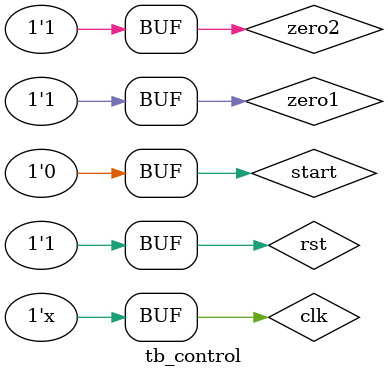
<source format=v>
module tb_control();
  reg clk,rst,start;
  reg zero1,zero2;
  wire [2:0]signal1,signal2;
  control intst(clk,rst,start,zero1,zero2,rstc,signal1,signal2);
  initial 
  begin
    #0 start = 0; rst = 1; clk = 0; zero1 = 0; zero2 = 0;
    #5 rst= 0; start =  1;
    #5 rst = 1; start= 0;
    #20 zero1 = 0; zero2 =0;
    #20 zero1 = 0; zero2 =0;
    #20 zero1 = 0; zero2= 0;
    #20 zero1 = 1; zero2 = 0;
    #20 zero1 = 1;  zero2 = 0;
    #20 zero1 = 1; zero2 = 1;
    
  end
  always #10 clk = !clk;
endmodule
    
</source>
